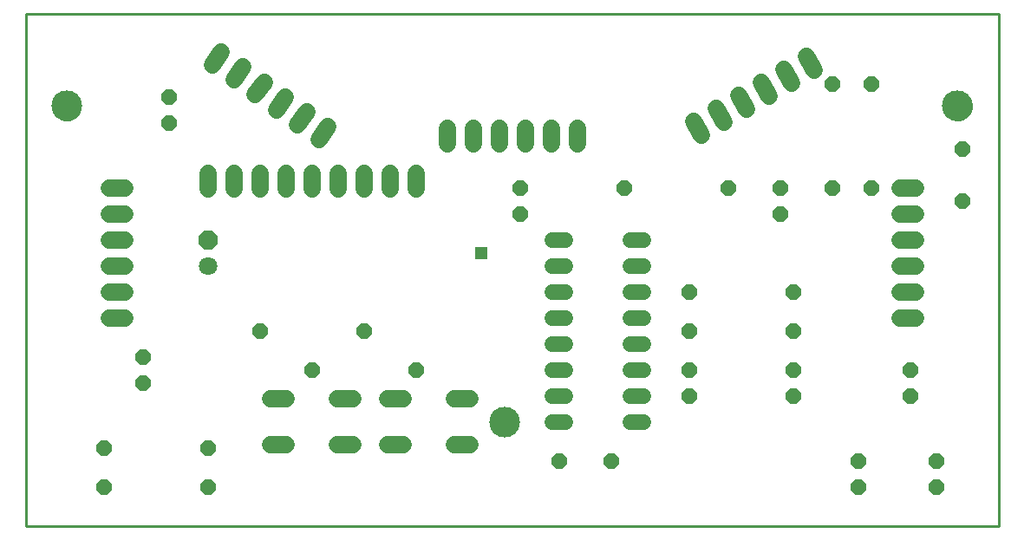
<source format=gbs>
G75*
G70*
%OFA0B0*%
%FSLAX24Y24*%
%IPPOS*%
%LPD*%
%AMOC8*
5,1,8,0,0,1.08239X$1,22.5*
%
%ADD10C,0.0100*%
%ADD11C,0.0000*%
%ADD12C,0.1182*%
%ADD13OC8,0.0600*%
%ADD14OC8,0.0710*%
%ADD15C,0.0710*%
%ADD16C,0.0600*%
%ADD17C,0.0680*%
%ADD18R,0.0476X0.0476*%
D10*
X000160Y000160D02*
X037562Y000160D01*
X037562Y019845D01*
X000160Y019845D01*
X000160Y000160D01*
D11*
X018015Y004156D02*
X018017Y004203D01*
X018023Y004249D01*
X018033Y004295D01*
X018046Y004340D01*
X018064Y004383D01*
X018085Y004425D01*
X018109Y004465D01*
X018137Y004502D01*
X018168Y004537D01*
X018202Y004570D01*
X018238Y004599D01*
X018277Y004625D01*
X018318Y004648D01*
X018361Y004667D01*
X018405Y004683D01*
X018450Y004695D01*
X018496Y004703D01*
X018543Y004707D01*
X018589Y004707D01*
X018636Y004703D01*
X018682Y004695D01*
X018727Y004683D01*
X018771Y004667D01*
X018814Y004648D01*
X018855Y004625D01*
X018894Y004599D01*
X018930Y004570D01*
X018964Y004537D01*
X018995Y004502D01*
X019023Y004465D01*
X019047Y004425D01*
X019068Y004383D01*
X019086Y004340D01*
X019099Y004295D01*
X019109Y004249D01*
X019115Y004203D01*
X019117Y004156D01*
X019115Y004109D01*
X019109Y004063D01*
X019099Y004017D01*
X019086Y003972D01*
X019068Y003929D01*
X019047Y003887D01*
X019023Y003847D01*
X018995Y003810D01*
X018964Y003775D01*
X018930Y003742D01*
X018894Y003713D01*
X018855Y003687D01*
X018814Y003664D01*
X018771Y003645D01*
X018727Y003629D01*
X018682Y003617D01*
X018636Y003609D01*
X018589Y003605D01*
X018543Y003605D01*
X018496Y003609D01*
X018450Y003617D01*
X018405Y003629D01*
X018361Y003645D01*
X018318Y003664D01*
X018277Y003687D01*
X018238Y003713D01*
X018202Y003742D01*
X018168Y003775D01*
X018137Y003810D01*
X018109Y003847D01*
X018085Y003887D01*
X018064Y003929D01*
X018046Y003972D01*
X018033Y004017D01*
X018023Y004063D01*
X018017Y004109D01*
X018015Y004156D01*
X001184Y016302D02*
X001186Y016349D01*
X001192Y016395D01*
X001202Y016441D01*
X001215Y016486D01*
X001233Y016529D01*
X001254Y016571D01*
X001278Y016611D01*
X001306Y016648D01*
X001337Y016683D01*
X001371Y016716D01*
X001407Y016745D01*
X001446Y016771D01*
X001487Y016794D01*
X001530Y016813D01*
X001574Y016829D01*
X001619Y016841D01*
X001665Y016849D01*
X001712Y016853D01*
X001758Y016853D01*
X001805Y016849D01*
X001851Y016841D01*
X001896Y016829D01*
X001940Y016813D01*
X001983Y016794D01*
X002024Y016771D01*
X002063Y016745D01*
X002099Y016716D01*
X002133Y016683D01*
X002164Y016648D01*
X002192Y016611D01*
X002216Y016571D01*
X002237Y016529D01*
X002255Y016486D01*
X002268Y016441D01*
X002278Y016395D01*
X002284Y016349D01*
X002286Y016302D01*
X002284Y016255D01*
X002278Y016209D01*
X002268Y016163D01*
X002255Y016118D01*
X002237Y016075D01*
X002216Y016033D01*
X002192Y015993D01*
X002164Y015956D01*
X002133Y015921D01*
X002099Y015888D01*
X002063Y015859D01*
X002024Y015833D01*
X001983Y015810D01*
X001940Y015791D01*
X001896Y015775D01*
X001851Y015763D01*
X001805Y015755D01*
X001758Y015751D01*
X001712Y015751D01*
X001665Y015755D01*
X001619Y015763D01*
X001574Y015775D01*
X001530Y015791D01*
X001487Y015810D01*
X001446Y015833D01*
X001407Y015859D01*
X001371Y015888D01*
X001337Y015921D01*
X001306Y015956D01*
X001278Y015993D01*
X001254Y016033D01*
X001233Y016075D01*
X001215Y016118D01*
X001202Y016163D01*
X001192Y016209D01*
X001186Y016255D01*
X001184Y016302D01*
X035436Y016302D02*
X035438Y016349D01*
X035444Y016395D01*
X035454Y016441D01*
X035467Y016486D01*
X035485Y016529D01*
X035506Y016571D01*
X035530Y016611D01*
X035558Y016648D01*
X035589Y016683D01*
X035623Y016716D01*
X035659Y016745D01*
X035698Y016771D01*
X035739Y016794D01*
X035782Y016813D01*
X035826Y016829D01*
X035871Y016841D01*
X035917Y016849D01*
X035964Y016853D01*
X036010Y016853D01*
X036057Y016849D01*
X036103Y016841D01*
X036148Y016829D01*
X036192Y016813D01*
X036235Y016794D01*
X036276Y016771D01*
X036315Y016745D01*
X036351Y016716D01*
X036385Y016683D01*
X036416Y016648D01*
X036444Y016611D01*
X036468Y016571D01*
X036489Y016529D01*
X036507Y016486D01*
X036520Y016441D01*
X036530Y016395D01*
X036536Y016349D01*
X036538Y016302D01*
X036536Y016255D01*
X036530Y016209D01*
X036520Y016163D01*
X036507Y016118D01*
X036489Y016075D01*
X036468Y016033D01*
X036444Y015993D01*
X036416Y015956D01*
X036385Y015921D01*
X036351Y015888D01*
X036315Y015859D01*
X036276Y015833D01*
X036235Y015810D01*
X036192Y015791D01*
X036148Y015775D01*
X036103Y015763D01*
X036057Y015755D01*
X036010Y015751D01*
X035964Y015751D01*
X035917Y015755D01*
X035871Y015763D01*
X035826Y015775D01*
X035782Y015791D01*
X035739Y015810D01*
X035698Y015833D01*
X035659Y015859D01*
X035623Y015888D01*
X035589Y015921D01*
X035558Y015956D01*
X035530Y015993D01*
X035506Y016033D01*
X035485Y016075D01*
X035467Y016118D01*
X035454Y016163D01*
X035444Y016209D01*
X035438Y016255D01*
X035436Y016302D01*
D12*
X035987Y016302D03*
X018566Y004156D03*
X001735Y016302D03*
D13*
X005660Y016660D03*
X005660Y015660D03*
X019160Y013160D03*
X019160Y012160D03*
X023160Y013160D03*
X027160Y013160D03*
X029160Y013160D03*
X029160Y012160D03*
X031160Y013160D03*
X032660Y013160D03*
X036160Y012660D03*
X036160Y014660D03*
X032660Y017160D03*
X031160Y017160D03*
X029660Y009160D03*
X029660Y007660D03*
X029660Y006160D03*
X029660Y005160D03*
X025660Y005160D03*
X025660Y006160D03*
X025660Y007660D03*
X025660Y009160D03*
X034160Y006160D03*
X034160Y005160D03*
X035160Y002660D03*
X035160Y001660D03*
X032160Y001660D03*
X032160Y002660D03*
X022660Y002660D03*
X020660Y002660D03*
X015160Y006160D03*
X013160Y007660D03*
X011160Y006160D03*
X009160Y007660D03*
X004660Y006660D03*
X004660Y005660D03*
X003160Y003160D03*
X003160Y001660D03*
X007160Y001660D03*
X007160Y003160D03*
D14*
X007160Y011160D03*
D15*
X007160Y010160D03*
D16*
X020400Y010160D02*
X020920Y010160D01*
X020920Y009160D02*
X020400Y009160D01*
X020400Y008160D02*
X020920Y008160D01*
X020920Y007160D02*
X020400Y007160D01*
X020400Y006160D02*
X020920Y006160D01*
X020920Y005160D02*
X020400Y005160D01*
X020400Y004160D02*
X020920Y004160D01*
X023400Y004160D02*
X023920Y004160D01*
X023920Y005160D02*
X023400Y005160D01*
X023400Y006160D02*
X023920Y006160D01*
X023920Y007160D02*
X023400Y007160D01*
X023400Y008160D02*
X023920Y008160D01*
X023920Y009160D02*
X023400Y009160D01*
X023400Y010160D02*
X023920Y010160D01*
X023920Y011160D02*
X023400Y011160D01*
X020920Y011160D02*
X020400Y011160D01*
D17*
X015160Y013128D02*
X015160Y013728D01*
X014160Y013728D02*
X014160Y013128D01*
X013160Y013128D02*
X013160Y013728D01*
X012160Y013728D02*
X012160Y013128D01*
X011160Y013128D02*
X011160Y013728D01*
X010160Y013728D02*
X010160Y013128D01*
X009160Y013128D02*
X009160Y013728D01*
X008160Y013728D02*
X008160Y013128D01*
X007160Y013128D02*
X007160Y013728D01*
X003960Y013160D02*
X003360Y013160D01*
X003360Y012160D02*
X003960Y012160D01*
X003960Y011160D02*
X003360Y011160D01*
X003360Y010160D02*
X003960Y010160D01*
X003960Y009160D02*
X003360Y009160D01*
X003360Y008160D02*
X003960Y008160D01*
X009580Y005050D02*
X010180Y005050D01*
X012140Y005050D02*
X012740Y005050D01*
X014080Y005050D02*
X014680Y005050D01*
X016640Y005050D02*
X017240Y005050D01*
X017240Y003270D02*
X016640Y003270D01*
X014680Y003270D02*
X014080Y003270D01*
X012740Y003270D02*
X012140Y003270D01*
X010180Y003270D02*
X009580Y003270D01*
X016361Y014860D02*
X016361Y015460D01*
X017361Y015460D02*
X017361Y014860D01*
X018361Y014860D02*
X018361Y015460D01*
X019361Y015460D02*
X019361Y014860D01*
X020361Y014860D02*
X020361Y015460D01*
X021361Y015460D02*
X021361Y014860D01*
X025845Y015705D02*
X026145Y015186D01*
X027011Y015686D02*
X026711Y016205D01*
X027577Y016705D02*
X027877Y016186D01*
X028743Y016686D02*
X028443Y017205D01*
X029309Y017705D02*
X029609Y017186D01*
X030475Y017686D02*
X030175Y018205D01*
X033762Y013160D02*
X034362Y013160D01*
X034362Y012160D02*
X033762Y012160D01*
X033762Y011160D02*
X034362Y011160D01*
X034362Y010160D02*
X033762Y010160D01*
X033762Y009160D02*
X034362Y009160D01*
X034362Y008160D02*
X033762Y008160D01*
X011782Y015507D02*
X011437Y015016D01*
X010618Y015589D02*
X010962Y016081D01*
X010143Y016654D02*
X009799Y016163D01*
X008980Y016736D02*
X009324Y017228D01*
X008505Y017802D02*
X008161Y017310D01*
X007342Y017884D02*
X007686Y018375D01*
D18*
X017660Y010660D03*
M02*

</source>
